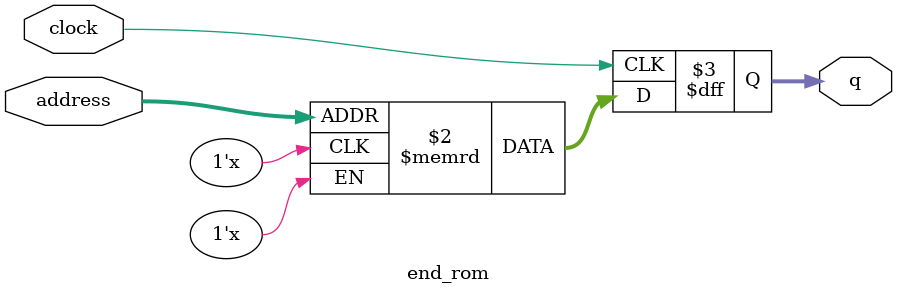
<source format=sv>
module end_rom (
	input logic clock,
	input logic [15:0] address,
	output logic [3:0] q
);

logic [3:0] memory [0:43199] /* synthesis ram_init_file = "./end/end.mif" */;

always_ff @ (posedge clock) begin
	q <= memory[address];
end

endmodule

</source>
